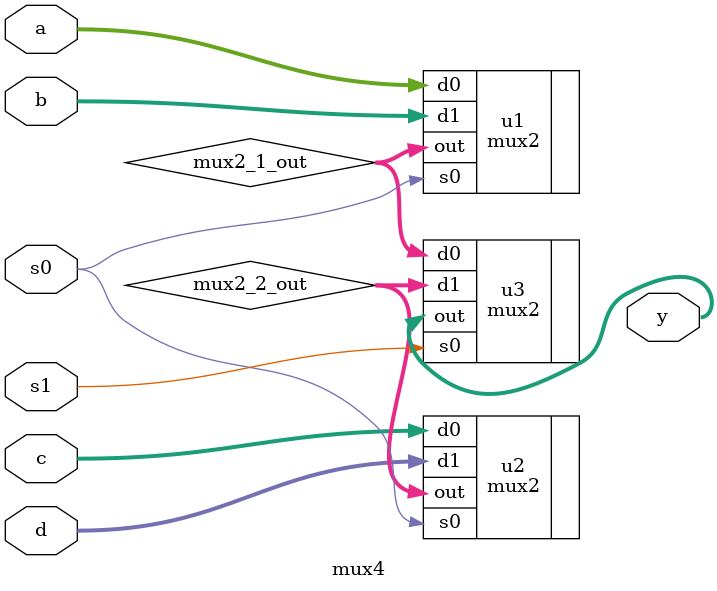
<source format=sv>
module mux4(

	input logic [31:0] a,
	input logic [31:0] b,
	input logic [31:0] c,
	input logic [31:0] d,
	input logic s0,
	input logic s1,
	output logic [31:0]  y

);

	logic [31:0] mux2_1_out;
	logic [31:0] mux2_2_out;

	mux2 u1 (.out(mux2_1_out), .d0(a), .d1(b), .s0(s0));
	mux2 u2 (.out(mux2_2_out), .d0(c), .d1(d), .s0(s0));
	mux2 u3 (.out(y), .d0(mux2_1_out), .d1(mux2_2_out), .s0(s1));


endmodule


</source>
